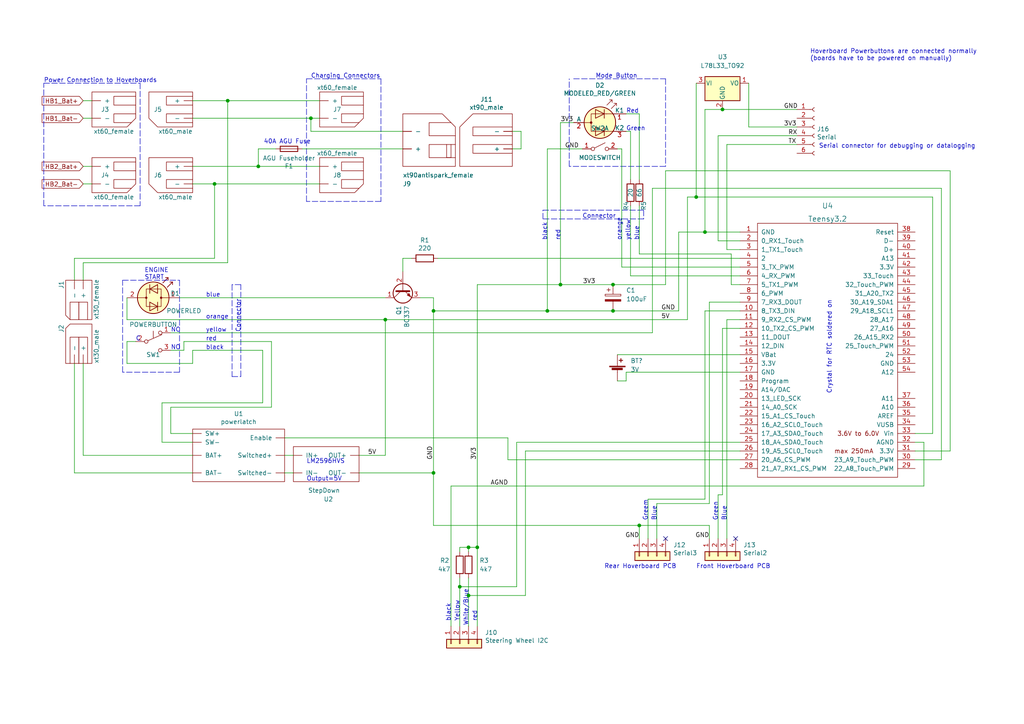
<source format=kicad_sch>
(kicad_sch (version 20211123) (generator eeschema)
  (paper "A4")
  (lib_symbols
    (symbol "Bobbycar_components:StepDown" (pin_names (offset 1.016))
      (property "Reference" "U" (at -1.27 0 0))
      (property "Value" "StepDown" (at 0 6.35 0))
      (symbol "StepDown_0_1"
        (rectangle (start -10.16 5.08) (end 8.89 -5.08))
      )
      (symbol "StepDown_1_1"
        (pin power_in line (at -10.16 2.54 0) (length 2.54) (name "IN+") (number "~"))
        (pin power_in line (at -10.16 -2.54 0) (length 2.54) (name "IN-") (number "~"))
        (pin power_out line (at 8.89 2.54 180) (length 2.54) (name "OUT+") (number "~"))
        (pin power_out line (at 8.89 -2.54 180) (length 2.54) (name "OUT-") (number "~"))
      )
    )
    (symbol "Bobbycar_components:powerlatch" (pin_names (offset 1.016))
      (property "Reference" "U" (at -1.27 6.35 0))
      (property "Value" "powerlatch" (at 0 10.16 0))
      (symbol "powerlatch_0_1"
        (rectangle (start -12.7 8.89) (end 13.97 -6.35))
      )
      (symbol "powerlatch_1_1"
        (pin power_in line (at -12.7 1.27 0) (length 2.54) (name "BAT+") (number "~"))
        (pin power_in line (at -12.7 -3.81 0) (length 2.54) (name "BAT-") (number "~"))
        (pin input line (at 13.97 6.35 180) (length 2.54) (name "Enable") (number "~"))
        (pin input line (at -12.7 7.62 0) (length 2.54) (name "SW+") (number "~"))
        (pin input line (at -12.7 5.08 0) (length 2.54) (name "SW-") (number "~"))
        (pin power_in line (at 13.97 1.27 180) (length 2.54) (name "Switched+") (number "~"))
        (pin power_in line (at 13.97 -3.81 180) (length 2.54) (name "Switched-") (number "~"))
      )
    )
    (symbol "Bobbycar_components:xt30_female" (pin_names (offset 1.016))
      (property "Reference" "J" (at 0 15.24 0))
      (property "Value" "xt30_female" (at 0 12.7 0))
      (symbol "xt30_female_0_1"
        (polyline (pts (xy -2.54 11.43) (xy -2.54 6.35) (xy 0 6.35) (xy 0 11.43)))
        (polyline (pts (xy 0 11.43) (xy 0 6.35) (xy 2.54 6.35) (xy 2.54 11.43)))
      )
      (symbol "xt30_female_1_1"
        (polyline (pts (xy -3.81 0) (xy 3.81 0) (xy 3.81 11.43) (xy -2.54 11.43) (xy -3.81 10.16) (xy -3.81 0)))
        (pin power_out line (at 1.27 0 90) (length 2.54) (name "+") (number "~"))
        (pin power_out line (at -1.27 0 90) (length 2.54) (name "-") (number "~"))
      )
    )
    (symbol "Bobbycar_components:xt30_male" (pin_names (offset 1.016))
      (property "Reference" "J" (at 0 16.51 0))
      (property "Value" "xt30_male" (at 0 13.97 0))
      (symbol "xt30_male_0_1"
        (polyline (pts (xy -2.54 0) (xy -2.54 7.62) (xy 0 7.62) (xy 0 0)))
        (polyline (pts (xy 0 0) (xy 0 7.62) (xy 2.54 7.62) (xy 2.54 0)))
        (polyline (pts (xy -3.81 0) (xy 3.81 0) (xy 3.81 11.43) (xy -2.54 11.43) (xy -3.81 10.16) (xy -3.81 0)))
      )
      (symbol "xt30_male_1_1"
        (pin power_in line (at 1.27 0 90) (length 2.54) (name "+") (number "~"))
        (pin power_in line (at -1.27 0 90) (length 2.54) (name "-") (number "~"))
      )
    )
    (symbol "Bobbycar_components:xt60_female" (pin_names (offset 1.016))
      (property "Reference" "J" (at 0 11.43 0))
      (property "Value" "xt60_female" (at 0 13.97 0))
      (symbol "xt60_female_0_1"
        (polyline (pts (xy -3.81 11.43) (xy -3.81 6.35) (xy -1.27 6.35) (xy -1.27 12.7)))
        (polyline (pts (xy 1.27 12.7) (xy 1.27 6.35) (xy 3.81 6.35) (xy 3.81 12.7)))
      )
      (symbol "xt60_female_1_1"
        (polyline (pts (xy -5.08 0) (xy -5.08 10.16) (xy -2.54 12.7) (xy 5.08 12.7) (xy 5.08 0) (xy -5.08 0)))
        (pin power_out line (at 2.54 0 90) (length 2.54) (name "+") (number "~"))
        (pin power_out line (at -2.54 0 90) (length 2.54) (name "-") (number "~"))
      )
    )
    (symbol "Bobbycar_components:xt60_male" (pin_names (offset 1.016))
      (property "Reference" "J" (at 0 11.43 0))
      (property "Value" "xt60_male" (at 0 13.97 0))
      (symbol "xt60_male_0_1"
        (polyline (pts (xy -3.81 0) (xy -3.81 7.62) (xy -1.27 7.62) (xy -1.27 0)))
        (polyline (pts (xy 1.27 0) (xy 1.27 7.62) (xy 3.81 7.62) (xy 3.81 0)))
        (polyline (pts (xy -5.08 0) (xy -5.08 10.16) (xy -2.54 12.7) (xy 5.08 12.7) (xy 5.08 0) (xy -5.08 0)))
      )
      (symbol "xt60_male_1_1"
        (pin power_in line (at 2.54 0 90) (length 2.54) (name "+") (number "~"))
        (pin power_in line (at -2.54 0 90) (length 2.54) (name "-") (number "~"))
      )
    )
    (symbol "Bobbycar_components:xt90_male" (pin_names (offset 1.016))
      (property "Reference" "J" (at 0 19.05 0))
      (property "Value" "xt90_male" (at 0 16.51 0))
      (symbol "xt90_male_0_1"
        (polyline (pts (xy -3.81 0) (xy -3.81 11.43) (xy -1.27 11.43) (xy -1.27 0)))
        (polyline (pts (xy 1.27 0) (xy 1.27 11.43) (xy 3.81 11.43) (xy 3.81 0)))
      )
      (symbol "xt90_male_1_1"
        (polyline (pts (xy -7.62 0) (xy 7.62 0) (xy 7.62 15.24) (xy -3.81 15.24) (xy -7.62 11.43) (xy -7.62 0)))
        (pin power_in line (at 2.54 0 90) (length 2.54) (name "+") (number "~"))
        (pin power_in line (at -2.54 0 90) (length 2.54) (name "-") (number "~"))
      )
    )
    (symbol "Bobbycar_components:xt90antispark_female" (pin_names (offset 1.016))
      (property "Reference" "J" (at 0 16.51 0))
      (property "Value" "xt90antispark_female" (at 1.27 19.05 0))
      (symbol "xt90antispark_female_0_1"
        (polyline (pts (xy -5.08 13.97) (xy -5.08 7.62) (xy -1.27 7.62) (xy -1.27 15.24)))
        (polyline (pts (xy 1.27 13.97) (xy 5.08 13.97) (xy 5.08 12.7) (xy 1.27 12.7)))
        (polyline (pts (xy 1.27 15.24) (xy 1.27 7.62) (xy 5.08 7.62) (xy 5.08 15.24)))
        (polyline (pts (xy -7.62 0) (xy 7.62 0) (xy 7.62 15.24) (xy -3.81 15.24) (xy -7.62 11.43) (xy -7.62 0)))
      )
      (symbol "xt90antispark_female_1_1"
        (pin power_out line (at 2.54 0 90) (length 2.54) (name "+") (number "~"))
        (pin power_out line (at -2.54 0 90) (length 2.54) (name "-") (number "~"))
      )
    )
    (symbol "Bobbycar_wiring-rescue:LED_Dual_2pin-Device" (pin_names (offset 0) hide)
      (property "Reference" "D" (at 0 5.715 0))
      (property "Value" "LED_Dual_2pin-Device" (at 0 -6.35 0))
      (symbol "LED_Dual_2pin-Device_0_1"
        (circle (center -2.032 0) (radius 0.254) (fill (type outline)))
        (polyline (pts (xy -4.572 0) (xy -2.54 0)))
        (polyline (pts (xy -2.032 0) (xy -2.54 0)))
        (polyline (pts (xy -1.016 3.81) (xy -1.016 1.27)) (stroke (width 0.2032)))
        (polyline (pts (xy 1.27 -1.27) (xy 1.27 -3.81)) (stroke (width 0.2032)))
        (polyline (pts (xy 4.064 0) (xy 2.286 0)) (fill (type outline)))
        (polyline (pts (xy 4.318 5.842) (xy 4.318 5.08)) (stroke (width 0.2032)))
        (polyline (pts (xy 5.588 4.572) (xy 5.588 3.81)) (stroke (width 0.2032)))
        (polyline (pts (xy 2.794 4.318) (xy 4.318 5.842) (xy 3.556 5.842)) (stroke (width 0.2032)))
        (polyline (pts (xy 4.064 3.048) (xy 5.588 4.572) (xy 4.826 4.572)) (stroke (width 0.2032)))
        (polyline (pts (xy -1.016 -1.27) (xy -1.016 -3.81) (xy 1.27 -2.54) (xy -1.016 -1.27)) (stroke (width 0.2032)))
        (polyline (pts (xy 1.27 3.81) (xy 1.27 1.27) (xy -1.016 2.54) (xy 1.27 3.81)) (stroke (width 0.2032)))
        (polyline (pts (xy 2.286 2.54) (xy -2.032 2.54) (xy -2.032 -2.54) (xy 2.286 -2.54) (xy 2.286 2.54)))
        (circle (center 0 0) (radius 4.572) (stroke (width 0.254)) (fill (type background)))
        (circle (center 2.286 0) (radius 0.254) (fill (type outline)))
      )
      (symbol "LED_Dual_2pin-Device_1_1"
        (pin input line (at 7.62 0 180) (length 3.81) (name "KA") (number "1"))
        (pin input line (at -7.62 0 0) (length 3.048) (name "AK") (number "2"))
      )
    )
    (symbol "Bobbycar_wiring-rescue:LED_Dual_CAC-Device" (pin_names (offset 0))
      (property "Reference" "D" (at 0 5.715 0))
      (property "Value" "LED_Dual_CAC-Device" (at 0 -6.35 0))
      (symbol "LED_Dual_CAC-Device_0_1"
        (circle (center -2.54 0) (radius 0.2794) (fill (type outline)))
        (polyline (pts (xy -4.572 0) (xy -2.54 0)))
        (polyline (pts (xy 1.27 -1.27) (xy 1.27 -3.81)) (stroke (width 0.2032)))
        (polyline (pts (xy 1.27 3.81) (xy 1.27 1.27)) (stroke (width 0.2032)))
        (polyline (pts (xy 3.81 -2.54) (xy 1.905 -2.54)))
        (polyline (pts (xy 3.81 2.54) (xy 1.905 2.54)))
        (polyline (pts (xy -1.27 -1.27) (xy -1.27 -3.81) (xy 1.27 -2.54) (xy -1.27 -1.27)) (stroke (width 0.2032)))
        (polyline (pts (xy -1.27 3.81) (xy -1.27 1.27) (xy 1.27 2.54) (xy -1.27 3.81)) (stroke (width 0.2032)))
        (polyline (pts (xy 2.032 2.54) (xy -2.54 2.54) (xy -2.54 -2.54) (xy 2.032 -2.54)))
        (polyline (pts (xy 2.032 5.08) (xy 3.556 6.604) (xy 2.794 6.604) (xy 3.556 6.604) (xy 3.556 5.842)))
        (polyline (pts (xy 3.302 4.064) (xy 4.826 5.588) (xy 4.064 5.588) (xy 4.826 5.588) (xy 4.826 4.826)))
        (circle (center 0 0) (radius 4.572) (stroke (width 0.254)) (fill (type background)))
      )
      (symbol "LED_Dual_CAC-Device_1_1"
        (pin input line (at 7.62 2.54 180) (length 3.81) (name "K1") (number "1"))
        (pin input line (at -7.62 0 0) (length 3.048) (name "A") (number "2"))
        (pin input line (at 7.62 -2.54 180) (length 3.81) (name "K2") (number "3"))
      )
    )
    (symbol "Bobbycar_wiring-rescue:SW_DPST_x2-Switch" (pin_names (offset 0) hide)
      (property "Reference" "SW" (at 0 3.175 0))
      (property "Value" "SW_DPST_x2-Switch" (at 0 -2.54 0))
      (symbol "SW_DPST_x2-Switch_0_0"
        (circle (center -2.032 0) (radius 0.508))
        (polyline (pts (xy -1.524 0.254) (xy 1.524 1.778)))
        (circle (center 2.032 0) (radius 0.508))
      )
      (symbol "SW_DPST_x2-Switch_1_1"
        (pin passive line (at -5.08 0 0) (length 2.54) (name "A") (number "1"))
        (pin passive line (at 5.08 0 180) (length 2.54) (name "B") (number "2"))
      )
      (symbol "SW_DPST_x2-Switch_2_1"
        (pin input line (at -5.08 0 0) (length 2.54) (name "A") (number "3"))
        (pin input line (at 5.08 0 180) (length 2.54) (name "B") (number "4"))
      )
    )
    (symbol "Connector:Conn_01x06_Female" (pin_names (offset 1.016) hide)
      (property "Reference" "J" (at 0 7.62 0))
      (property "Value" "Conn_01x06_Female" (at 0 -10.16 0))
      (symbol "Conn_01x06_Female_1_1"
        (arc (start 0 -7.112) (mid -0.508 -7.62) (end 0 -8.128) (stroke (width 0.1524)))
        (arc (start 0 -4.572) (mid -0.508 -5.08) (end 0 -5.588) (stroke (width 0.1524)))
        (arc (start 0 -2.032) (mid -0.508 -2.54) (end 0 -3.048) (stroke (width 0.1524)))
        (polyline (pts (xy -1.27 -7.62) (xy -0.508 -7.62)) (stroke (width 0.1524)))
        (polyline (pts (xy -1.27 -5.08) (xy -0.508 -5.08)) (stroke (width 0.1524)))
        (polyline (pts (xy -1.27 -2.54) (xy -0.508 -2.54)) (stroke (width 0.1524)))
        (polyline (pts (xy -1.27 0) (xy -0.508 0)) (stroke (width 0.1524)))
        (polyline (pts (xy -1.27 2.54) (xy -0.508 2.54)) (stroke (width 0.1524)))
        (polyline (pts (xy -1.27 5.08) (xy -0.508 5.08)) (stroke (width 0.1524)))
        (arc (start 0 0.508) (mid -0.508 0) (end 0 -0.508) (stroke (width 0.1524)))
        (arc (start 0 3.048) (mid -0.508 2.54) (end 0 2.032) (stroke (width 0.1524)))
        (arc (start 0 5.588) (mid -0.508 5.08) (end 0 4.572) (stroke (width 0.1524)))
        (pin passive line (at -5.08 5.08 0) (length 3.81) (name "Pin_1") (number "1"))
        (pin passive line (at -5.08 2.54 0) (length 3.81) (name "Pin_2") (number "2"))
        (pin passive line (at -5.08 0 0) (length 3.81) (name "Pin_3") (number "3"))
        (pin passive line (at -5.08 -2.54 0) (length 3.81) (name "Pin_4") (number "4"))
        (pin passive line (at -5.08 -5.08 0) (length 3.81) (name "Pin_5") (number "5"))
        (pin passive line (at -5.08 -7.62 0) (length 3.81) (name "Pin_6") (number "6"))
      )
    )
    (symbol "Connector_Generic:Conn_01x04" (pin_names (offset 1.016) hide)
      (property "Reference" "J" (at 0 5.08 0))
      (property "Value" "Conn_01x04" (at 0 -7.62 0))
      (symbol "Conn_01x04_1_1"
        (rectangle (start -1.27 -4.953) (end 0 -5.207) (stroke (width 0.1524)))
        (rectangle (start -1.27 -2.413) (end 0 -2.667) (stroke (width 0.1524)))
        (rectangle (start -1.27 0.127) (end 0 -0.127) (stroke (width 0.1524)))
        (rectangle (start -1.27 2.667) (end 0 2.413) (stroke (width 0.1524)))
        (rectangle (start -1.27 3.81) (end 1.27 -6.35) (stroke (width 0.254)) (fill (type background)))
        (pin passive line (at -5.08 2.54 0) (length 3.81) (name "Pin_1") (number "1"))
        (pin passive line (at -5.08 0 0) (length 3.81) (name "Pin_2") (number "2"))
        (pin passive line (at -5.08 -2.54 0) (length 3.81) (name "Pin_3") (number "3"))
        (pin passive line (at -5.08 -5.08 0) (length 3.81) (name "Pin_4") (number "4"))
      )
    )
    (symbol "Device:Battery_Cell" (pin_numbers hide) (pin_names (offset 0) hide)
      (property "Reference" "BT" (at 2.54 2.54 0))
      (property "Value" "Battery_Cell" (at 2.54 0 0))
      (symbol "Battery_Cell_0_1"
        (rectangle (start -2.286 1.778) (end 2.286 1.524) (fill (type outline)))
        (rectangle (start -1.5748 1.1938) (end 1.4732 0.6858) (fill (type outline)))
        (polyline (pts (xy 0 0.762) (xy 0 0)))
        (polyline (pts (xy 0 1.778) (xy 0 2.54)))
        (polyline (pts (xy 0.508 3.429) (xy 1.524 3.429)) (stroke (width 0.254)))
        (polyline (pts (xy 1.016 3.937) (xy 1.016 2.921)) (stroke (width 0.254)))
      )
      (symbol "Battery_Cell_1_1"
        (pin passive line (at 0 5.08 270) (length 2.54) (name "+") (number "1"))
        (pin passive line (at 0 -2.54 90) (length 2.54) (name "-") (number "2"))
      )
    )
    (symbol "Device:C_Polarized" (pin_numbers hide) (pin_names (offset 0.254))
      (property "Reference" "C" (at 0.635 2.54 0))
      (property "Value" "C_Polarized" (at 0.635 -2.54 0))
      (symbol "C_Polarized_0_1"
        (rectangle (start -2.286 0.508) (end 2.286 1.016))
        (polyline (pts (xy -1.778 2.286) (xy -0.762 2.286)))
        (polyline (pts (xy -1.27 2.794) (xy -1.27 1.778)))
        (rectangle (start 2.286 -0.508) (end -2.286 -1.016) (fill (type outline)))
      )
      (symbol "C_Polarized_1_1"
        (pin passive line (at 0 3.81 270) (length 2.794) (name "~") (number "1"))
        (pin passive line (at 0 -3.81 90) (length 2.794) (name "~") (number "2"))
      )
    )
    (symbol "Device:Fuse" (pin_numbers hide) (pin_names (offset 0))
      (property "Reference" "F" (at 2.032 0 90))
      (property "Value" "Fuse" (at -1.905 0 90))
      (symbol "Fuse_0_1"
        (rectangle (start -0.762 -2.54) (end 0.762 2.54) (stroke (width 0.254)))
        (polyline (pts (xy 0 2.54) (xy 0 -2.54)))
      )
      (symbol "Fuse_1_1"
        (pin passive line (at 0 3.81 270) (length 1.27) (name "~") (number "1"))
        (pin passive line (at 0 -3.81 90) (length 1.27) (name "~") (number "2"))
      )
    )
    (symbol "Device:R" (pin_numbers hide) (pin_names (offset 0))
      (property "Reference" "R" (at 2.032 0 90))
      (property "Value" "R" (at 0 0 90))
      (symbol "R_0_1"
        (rectangle (start -1.016 -2.54) (end 1.016 2.54) (stroke (width 0.254)))
      )
      (symbol "R_1_1"
        (pin passive line (at 0 3.81 270) (length 1.27) (name "~") (number "1"))
        (pin passive line (at 0 -3.81 90) (length 1.27) (name "~") (number "2"))
      )
    )
    (symbol "Regulator_Linear:L78L33_TO92" (pin_names (offset 0.254))
      (property "Reference" "U" (at -3.81 3.175 0))
      (property "Value" "L78L33_TO92" (at 0 3.175 0))
      (symbol "L78L33_TO92_0_1"
        (rectangle (start -5.08 -5.08) (end 5.08 1.905) (stroke (width 0.254)) (fill (type background)))
      )
      (symbol "L78L33_TO92_1_1"
        (pin power_out line (at 7.62 0 180) (length 2.54) (name "VO") (number "1"))
        (pin power_in line (at 0 -7.62 90) (length 2.54) (name "GND") (number "2"))
        (pin power_in line (at -7.62 0 0) (length 2.54) (name "VI") (number "3"))
      )
    )
    (symbol "Switch:SW_Push_SPDT" (pin_names (offset 0) hide)
      (property "Reference" "SW" (at 0 4.318 0))
      (property "Value" "SW_Push_SPDT" (at 0 -5.08 0))
      (symbol "SW_Push_SPDT_0_0"
        (circle (center -2.032 0) (radius 0.508))
        (polyline (pts (xy 0 1.016) (xy 0 3.048)))
        (circle (center 2.032 -2.54) (radius 0.508))
      )
      (symbol "SW_Push_SPDT_0_1"
        (polyline (pts (xy -1.524 0.254) (xy 2.54 2.032)))
        (circle (center 2.032 2.54) (radius 0.508))
      )
      (symbol "SW_Push_SPDT_1_1"
        (pin passive line (at 5.08 2.54 180) (length 2.54) (name "A") (number "1"))
        (pin passive line (at -5.08 0 0) (length 2.54) (name "B") (number "2"))
        (pin passive line (at 5.08 -2.54 180) (length 2.54) (name "C") (number "3"))
      )
    )
    (symbol "Transistor_BJT:BC337" (pin_names (offset 0) hide)
      (property "Reference" "Q" (at 5.08 1.905 0))
      (property "Value" "BC337" (at 5.08 0 0))
      (symbol "BC337_0_1"
        (polyline (pts (xy 0 0) (xy 0.635 0)))
        (polyline (pts (xy 0.635 0.635) (xy 2.54 2.54)))
        (polyline (pts (xy 0.635 -0.635) (xy 2.54 -2.54) (xy 2.54 -2.54)))
        (polyline (pts (xy 0.635 1.905) (xy 0.635 -1.905) (xy 0.635 -1.905)) (stroke (width 0.508)))
        (polyline (pts (xy 1.27 -1.778) (xy 1.778 -1.27) (xy 2.286 -2.286) (xy 1.27 -1.778) (xy 1.27 -1.778)) (fill (type outline)))
        (circle (center 1.27 0) (radius 2.8194) (stroke (width 0.254)))
      )
      (symbol "BC337_1_1"
        (pin passive line (at 2.54 5.08 270) (length 2.54) (name "C") (number "1"))
        (pin input line (at -5.08 0 0) (length 5.08) (name "B") (number "2"))
        (pin passive line (at 2.54 -5.08 90) (length 2.54) (name "E") (number "3"))
      )
    )
    (symbol "teensy:Teensy3.2" (pin_names (offset 1.016))
      (property "Reference" "U" (at 0 39.37 0))
      (property "Value" "Teensy3.2" (at 0 -39.37 0))
      (symbol "Teensy3.2_0_0"
        (text "3.6V to 6.0V" (at 8.89 -24.13 0) (effects (font (size 1.27 1.27))))
        (text "max 250mA" (at 7.62 -29.21 0) (effects (font (size 1.27 1.27))))
      )
      (symbol "Teensy3.2_0_1"
        (rectangle (start -20.32 -36.83) (end 20.32 36.83))
      )
      (symbol "Teensy3.2_1_1"
        (pin power_in line (at -25.4 34.29 0) (length 5.08) (name "GND") (number "1"))
        (pin bidirectional line (at -25.4 11.43 0) (length 5.08) (name "8_TX3_DIN") (number "10"))
        (pin bidirectional line (at -25.4 8.89 0) (length 5.08) (name "9_RX2_CS_PWM") (number "11"))
        (pin bidirectional line (at -25.4 6.35 0) (length 5.08) (name "10_TX2_CS_PWM") (number "12"))
        (pin bidirectional line (at -25.4 3.81 0) (length 5.08) (name "11_DOUT") (number "13"))
        (pin bidirectional line (at -25.4 1.27 0) (length 5.08) (name "12_DIN") (number "14"))
        (pin power_in line (at -25.4 -1.27 0) (length 5.08) (name "VBat") (number "15"))
        (pin power_out line (at -25.4 -3.81 0) (length 5.08) (name "3.3V") (number "16"))
        (pin power_in line (at -25.4 -6.35 0) (length 5.08) (name "GND") (number "17"))
        (pin input line (at -25.4 -8.89 0) (length 5.08) (name "Program") (number "18"))
        (pin bidirectional line (at -25.4 -11.43 0) (length 5.08) (name "A14/DAC") (number "19"))
        (pin bidirectional line (at -25.4 31.75 0) (length 5.08) (name "0_RX1_Touch") (number "2"))
        (pin bidirectional line (at -25.4 -13.97 0) (length 5.08) (name "13_LED_SCK") (number "20"))
        (pin bidirectional line (at -25.4 -16.51 0) (length 5.08) (name "14_A0_SCK") (number "21"))
        (pin bidirectional line (at -25.4 -19.05 0) (length 5.08) (name "15_A1_CS_Touch") (number "22"))
        (pin bidirectional line (at -25.4 -21.59 0) (length 5.08) (name "16_A2_SCL0_Touch") (number "23"))
        (pin bidirectional line (at -25.4 -24.13 0) (length 5.08) (name "17_A3_SDA0_Touch") (number "24"))
        (pin bidirectional line (at -25.4 -26.67 0) (length 5.08) (name "18_A4_SDA0_Touch") (number "25"))
        (pin bidirectional line (at -25.4 -29.21 0) (length 5.08) (name "19_A5_SCL0_Touch") (number "26"))
        (pin bidirectional line (at -25.4 -31.75 0) (length 5.08) (name "20_A6_CS_PWM") (number "27"))
        (pin bidirectional line (at -25.4 -34.29 0) (length 5.08) (name "21_A7_RX1_CS_PWM") (number "28"))
        (pin bidirectional line (at 25.4 -34.29 180) (length 5.08) (name "22_A8_Touch_PWM") (number "29"))
        (pin bidirectional line (at -25.4 29.21 0) (length 5.08) (name "1_TX1_Touch") (number "3"))
        (pin bidirectional line (at 25.4 -31.75 180) (length 5.08) (name "23_A9_Touch_PWM") (number "30"))
        (pin power_out line (at 25.4 -29.21 180) (length 5.08) (name "3.3V") (number "31"))
        (pin power_out line (at 25.4 -26.67 180) (length 5.08) (name "AGND") (number "32"))
        (pin power_in line (at 25.4 -24.13 180) (length 5.08) (name "Vin") (number "33"))
        (pin power_in line (at 25.4 -21.59 180) (length 5.08) (name "VUSB") (number "34"))
        (pin input line (at 25.4 -19.05 180) (length 5.08) (name "AREF") (number "35"))
        (pin bidirectional line (at 25.4 -16.51 180) (length 5.08) (name "A10") (number "36"))
        (pin bidirectional line (at 25.4 -13.97 180) (length 5.08) (name "A11") (number "37"))
        (pin input line (at 25.4 34.29 180) (length 5.08) (name "Reset") (number "38"))
        (pin bidirectional line (at 25.4 31.75 180) (length 5.08) (name "D-") (number "39"))
        (pin bidirectional line (at -25.4 26.67 0) (length 5.08) (name "2") (number "4"))
        (pin bidirectional line (at 25.4 29.21 180) (length 5.08) (name "D+") (number "40"))
        (pin bidirectional line (at 25.4 26.67 180) (length 5.08) (name "A13") (number "41"))
        (pin power_out line (at 25.4 24.13 180) (length 5.08) (name "3.3V") (number "42"))
        (pin bidirectional line (at 25.4 21.59 180) (length 5.08) (name "33_Touch") (number "43"))
        (pin bidirectional line (at 25.4 19.05 180) (length 5.08) (name "32_Touch_PWM") (number "44"))
        (pin bidirectional line (at 25.4 16.51 180) (length 5.08) (name "31_A20_TX2") (number "45"))
        (pin bidirectional line (at 25.4 13.97 180) (length 5.08) (name "30_A19_SDA1") (number "46"))
        (pin bidirectional line (at 25.4 11.43 180) (length 5.08) (name "29_A18_SCL1") (number "47"))
        (pin bidirectional line (at 25.4 8.89 180) (length 5.08) (name "28_A17") (number "48"))
        (pin bidirectional line (at 25.4 6.35 180) (length 5.08) (name "27_A16") (number "49"))
        (pin bidirectional line (at -25.4 24.13 0) (length 5.08) (name "3_TX_PWM") (number "5"))
        (pin bidirectional line (at 25.4 3.81 180) (length 5.08) (name "26_A15_RX2") (number "50"))
        (pin bidirectional line (at 25.4 1.27 180) (length 5.08) (name "25_Touch_PWM") (number "51"))
        (pin bidirectional line (at 25.4 -1.27 180) (length 5.08) (name "24") (number "52"))
        (pin power_in line (at 25.4 -3.81 180) (length 5.08) (name "GND") (number "53"))
        (pin bidirectional line (at 25.4 -6.35 180) (length 5.08) (name "A12") (number "54"))
        (pin bidirectional line (at -25.4 21.59 0) (length 5.08) (name "4_RX_PWM") (number "6"))
        (pin bidirectional line (at -25.4 19.05 0) (length 5.08) (name "5_TX1_PWM") (number "7"))
        (pin bidirectional line (at -25.4 16.51 0) (length 5.08) (name "6_PWM") (number "8"))
        (pin bidirectional line (at -25.4 13.97 0) (length 5.08) (name "7_RX3_DOUT") (number "9"))
      )
    )
  )
  (junction (at 62.23 53.34))
  (junction (at 90.17 34.29))
  (junction (at 135.89 158.75))
  (junction (at 111.76 92.71))
  (junction (at 125.73 137.16))
  (junction (at 185.42 152.4))
  (junction (at 138.43 158.75))
  (junction (at 133.35 170.18))
  (junction (at 125.73 90.17))
  (junction (at 74.93 48.26))
  (junction (at 162.56 82.55))
  (junction (at 209.55 31.75))
  (junction (at 158.75 90.17))
  (junction (at 204.47 67.31))
  (junction (at 177.8 82.55))
  (junction (at 201.93 57.15))
  (junction (at 177.8 90.17))
  (junction (at 66.04 29.21))
  (junction (at 135.89 172.72))
  (no_connect (at 213.36 156.21))
  (no_connect (at 193.04 156.21))
  (wire (pts (xy 85.09 132.08) (xy 82.55 132.08)))
  (wire (pts (xy 55.88 101.6) (xy 76.2 101.6)))
  (wire (pts (xy 62.23 53.34) (xy 62.23 74.93)))
  (wire (pts (xy 181.61 38.1) (xy 182.88 38.1)))
  (wire (pts (xy 151.13 43.18) (xy 148.59 43.18)))
  (wire (pts (xy 74.93 43.18) (xy 74.93 48.26)))
  (polyline (pts (xy 12.7 59.69) (xy 12.7 24.13)))
  (wire (pts (xy 265.43 130.81) (xy 275.59 130.81)))
  (wire (pts (xy 265.43 125.73) (xy 270.51 125.73)))
  (wire (pts (xy 133.35 167.64) (xy 133.35 170.18)))
  (wire (pts (xy 135.89 172.72) (xy 135.89 181.61)))
  (wire (pts (xy 49.53 118.11) (xy 49.53 125.73)))
  (wire (pts (xy 55.88 125.73) (xy 49.53 125.73)))
  (polyline (pts (xy 67.31 82.55) (xy 67.31 109.22)))
  (wire (pts (xy 21.59 137.16) (xy 21.59 105.41)))
  (wire (pts (xy 26.67 53.34) (xy 24.13 53.34)))
  (wire (pts (xy 24.13 48.26) (xy 26.67 48.26)))
  (wire (pts (xy 135.89 158.75) (xy 135.89 160.02)))
  (wire (pts (xy 209.55 95.25) (xy 209.55 143.51)))
  (wire (pts (xy 66.04 29.21) (xy 66.04 76.2)))
  (wire (pts (xy 127 74.93) (xy 214.63 74.93)))
  (wire (pts (xy 111.76 92.71) (xy 111.76 132.08)))
  (wire (pts (xy 177.8 82.55) (xy 162.56 82.55)))
  (polyline (pts (xy 52.07 81.28) (xy 52.07 107.95)))
  (wire (pts (xy 214.63 82.55) (xy 212.09 82.55)))
  (wire (pts (xy 212.09 73.66) (xy 185.42 73.66)))
  (polyline (pts (xy 186.69 60.96) (xy 186.69 63.5)))
  (polyline (pts (xy 40.64 24.13) (xy 40.64 59.69)))
  (wire (pts (xy 148.59 38.1) (xy 151.13 38.1)))
  (wire (pts (xy 133.35 170.18) (xy 149.86 170.18)))
  (wire (pts (xy 55.88 105.41) (xy 55.88 101.6)))
  (wire (pts (xy 133.35 170.18) (xy 133.35 181.61)))
  (wire (pts (xy 185.42 152.4) (xy 185.42 156.21)))
  (wire (pts (xy 275.59 130.81) (xy 275.59 49.53)))
  (wire (pts (xy 209.55 143.51) (xy 208.28 143.51)))
  (wire (pts (xy 62.23 53.34) (xy 92.71 53.34)))
  (wire (pts (xy 24.13 76.2) (xy 24.13 81.28)))
  (wire (pts (xy 162.56 35.56) (xy 162.56 82.55)))
  (wire (pts (xy 158.75 43.18) (xy 168.91 43.18)))
  (wire (pts (xy 270.51 57.15) (xy 201.93 57.15)))
  (wire (pts (xy 78.74 118.11) (xy 49.53 118.11)))
  (wire (pts (xy 24.13 132.08) (xy 55.88 132.08)))
  (wire (pts (xy 76.2 101.6) (xy 76.2 116.84)))
  (wire (pts (xy 87.63 43.18) (xy 116.84 43.18)))
  (wire (pts (xy 125.73 90.17) (xy 158.75 90.17)))
  (wire (pts (xy 193.04 49.53) (xy 275.59 49.53)))
  (wire (pts (xy 66.04 29.21) (xy 92.71 29.21)))
  (polyline (pts (xy 157.48 60.96) (xy 186.69 60.96)))
  (wire (pts (xy 270.51 125.73) (xy 270.51 57.15)))
  (wire (pts (xy 214.63 77.47) (xy 180.34 77.47)))
  (wire (pts (xy 90.17 38.1) (xy 90.17 34.29)))
  (wire (pts (xy 193.04 49.53) (xy 193.04 82.55)))
  (wire (pts (xy 205.74 146.05) (xy 205.74 87.63)))
  (wire (pts (xy 177.8 90.17) (xy 196.85 90.17)))
  (wire (pts (xy 149.86 128.27) (xy 149.86 170.18)))
  (wire (pts (xy 190.5 156.21) (xy 190.5 146.05)))
  (wire (pts (xy 214.63 133.35) (xy 147.32 133.35)))
  (wire (pts (xy 267.97 128.27) (xy 265.43 128.27)))
  (wire (pts (xy 189.23 54.61) (xy 189.23 96.52)))
  (wire (pts (xy 36.83 92.71) (xy 36.83 86.36)))
  (wire (pts (xy 119.38 74.93) (xy 116.84 74.93)))
  (wire (pts (xy 205.74 152.4) (xy 205.74 156.21)))
  (wire (pts (xy 36.83 99.06) (xy 36.83 105.41)))
  (wire (pts (xy 149.86 128.27) (xy 214.63 128.27)))
  (wire (pts (xy 76.2 116.84) (xy 46.99 116.84)))
  (wire (pts (xy 116.84 74.93) (xy 116.84 78.74)))
  (wire (pts (xy 217.17 24.13) (xy 217.17 36.83)))
  (wire (pts (xy 55.88 29.21) (xy 66.04 29.21)))
  (wire (pts (xy 24.13 29.21) (xy 26.67 29.21)))
  (wire (pts (xy 182.88 59.69) (xy 182.88 80.01)))
  (wire (pts (xy 209.55 31.75) (xy 231.14 31.75)))
  (polyline (pts (xy 69.85 109.22) (xy 69.85 82.55)))
  (wire (pts (xy 182.88 38.1) (xy 182.88 52.07)))
  (wire (pts (xy 208.28 69.85) (xy 208.28 39.37)))
  (wire (pts (xy 204.47 90.17) (xy 204.47 144.78)))
  (wire (pts (xy 55.88 137.16) (xy 21.59 137.16)))
  (wire (pts (xy 208.28 39.37) (xy 231.14 39.37)))
  (wire (pts (xy 78.74 99.06) (xy 78.74 118.11)))
  (polyline (pts (xy 165.1 48.26) (xy 165.1 22.86)))
  (wire (pts (xy 36.83 99.06) (xy 39.37 99.06)))
  (wire (pts (xy 125.73 86.36) (xy 125.73 90.17)))
  (wire (pts (xy 204.47 67.31) (xy 214.63 67.31)))
  (wire (pts (xy 214.63 90.17) (xy 204.47 90.17)))
  (wire (pts (xy 187.96 156.21) (xy 187.96 144.78)))
  (wire (pts (xy 80.01 43.18) (xy 74.93 43.18)))
  (wire (pts (xy 180.34 43.18) (xy 180.34 77.47)))
  (wire (pts (xy 74.93 48.26) (xy 92.71 48.26)))
  (polyline (pts (xy 52.07 107.95) (xy 35.56 107.95)))
  (wire (pts (xy 138.43 82.55) (xy 138.43 158.75)))
  (polyline (pts (xy 67.31 109.22) (xy 69.85 109.22)))
  (wire (pts (xy 265.43 133.35) (xy 273.05 133.35)))
  (polyline (pts (xy 40.64 59.69) (xy 12.7 59.69)))
  (wire (pts (xy 181.61 33.02) (xy 185.42 33.02)))
  (wire (pts (xy 52.07 86.36) (xy 111.76 86.36)))
  (polyline (pts (xy 88.9 22.86) (xy 110.49 22.86)))
  (wire (pts (xy 36.83 92.71) (xy 111.76 92.71)))
  (wire (pts (xy 46.99 116.84) (xy 46.99 128.27)))
  (wire (pts (xy 181.61 110.49) (xy 179.07 110.49)))
  (wire (pts (xy 55.88 48.26) (xy 74.93 48.26)))
  (wire (pts (xy 179.07 43.18) (xy 180.34 43.18)))
  (wire (pts (xy 199.39 57.15) (xy 199.39 92.71)))
  (wire (pts (xy 151.13 38.1) (xy 151.13 43.18)))
  (wire (pts (xy 53.34 99.06) (xy 78.74 99.06)))
  (wire (pts (xy 21.59 74.93) (xy 62.23 74.93)))
  (wire (pts (xy 181.61 107.95) (xy 181.61 110.49)))
  (wire (pts (xy 204.47 31.75) (xy 209.55 31.75)))
  (wire (pts (xy 82.55 127) (xy 147.32 127)))
  (wire (pts (xy 162.56 35.56) (xy 166.37 35.56)))
  (wire (pts (xy 55.88 53.34) (xy 62.23 53.34)))
  (polyline (pts (xy 35.56 81.28) (xy 52.07 81.28)))
  (wire (pts (xy 158.75 90.17) (xy 177.8 90.17)))
  (wire (pts (xy 204.47 144.78) (xy 187.96 144.78)))
  (polyline (pts (xy 35.56 107.95) (xy 35.56 81.28)))
  (wire (pts (xy 199.39 92.71) (xy 111.76 92.71)))
  (wire (pts (xy 133.35 158.75) (xy 135.89 158.75)))
  (wire (pts (xy 190.5 146.05) (xy 205.74 146.05)))
  (wire (pts (xy 179.07 102.87) (xy 214.63 102.87)))
  (polyline (pts (xy 193.04 22.86) (xy 193.04 48.26)))
  (wire (pts (xy 214.63 80.01) (xy 182.88 80.01)))
  (wire (pts (xy 185.42 33.02) (xy 185.42 52.07)))
  (polyline (pts (xy 186.69 63.5) (xy 157.48 63.5)))
  (polyline (pts (xy 110.49 22.86) (xy 110.49 58.42)))
  (wire (pts (xy 214.63 130.81) (xy 152.4 130.81)))
  (wire (pts (xy 85.09 137.16) (xy 82.55 137.16)))
  (polyline (pts (xy 110.49 58.42) (xy 88.9 58.42)))
  (wire (pts (xy 104.14 132.08) (xy 111.76 132.08)))
  (wire (pts (xy 46.99 128.27) (xy 55.88 128.27)))
  (wire (pts (xy 267.97 140.97) (xy 267.97 128.27)))
  (wire (pts (xy 205.74 87.63) (xy 214.63 87.63)))
  (wire (pts (xy 210.82 92.71) (xy 210.82 156.21)))
  (wire (pts (xy 210.82 41.91) (xy 210.82 72.39)))
  (wire (pts (xy 125.73 152.4) (xy 185.42 152.4)))
  (wire (pts (xy 217.17 36.83) (xy 231.14 36.83)))
  (wire (pts (xy 138.43 158.75) (xy 138.43 181.61)))
  (wire (pts (xy 273.05 54.61) (xy 189.23 54.61)))
  (wire (pts (xy 130.81 140.97) (xy 130.81 181.61)))
  (wire (pts (xy 49.53 96.52) (xy 189.23 96.52)))
  (wire (pts (xy 201.93 24.13) (xy 201.93 57.15)))
  (wire (pts (xy 185.42 152.4) (xy 205.74 152.4)))
  (wire (pts (xy 147.32 133.35) (xy 147.32 127)))
  (polyline (pts (xy 69.85 82.55) (xy 67.31 82.55)))
  (wire (pts (xy 152.4 130.81) (xy 152.4 172.72)))
  (wire (pts (xy 49.53 101.6) (xy 53.34 101.6)))
  (wire (pts (xy 214.63 69.85) (xy 208.28 69.85)))
  (wire (pts (xy 208.28 143.51) (xy 208.28 156.21)))
  (wire (pts (xy 130.81 140.97) (xy 267.97 140.97)))
  (wire (pts (xy 135.89 167.64) (xy 135.89 172.72)))
  (wire (pts (xy 24.13 105.41) (xy 24.13 132.08)))
  (wire (pts (xy 210.82 92.71) (xy 214.63 92.71)))
  (wire (pts (xy 214.63 95.25) (xy 209.55 95.25)))
  (polyline (pts (xy 193.04 48.26) (xy 165.1 48.26)))
  (wire (pts (xy 36.83 105.41) (xy 55.88 105.41)))
  (wire (pts (xy 158.75 43.18) (xy 158.75 90.17)))
  (polyline (pts (xy 157.48 63.5) (xy 157.48 60.96)))
  (polyline (pts (xy 12.7 24.13) (xy 40.64 24.13)))
  (wire (pts (xy 201.93 57.15) (xy 199.39 57.15)))
  (wire (pts (xy 196.85 90.17) (xy 196.85 67.31)))
  (wire (pts (xy 135.89 172.72) (xy 152.4 172.72)))
  (wire (pts (xy 138.43 82.55) (xy 162.56 82.55)))
  (wire (pts (xy 125.73 90.17) (xy 125.73 137.16)))
  (wire (pts (xy 204.47 67.31) (xy 204.47 31.75)))
  (wire (pts (xy 121.92 86.36) (xy 125.73 86.36)))
  (wire (pts (xy 135.89 158.75) (xy 138.43 158.75)))
  (wire (pts (xy 104.14 137.16) (xy 125.73 137.16)))
  (wire (pts (xy 116.84 38.1) (xy 90.17 38.1)))
  (wire (pts (xy 210.82 41.91) (xy 231.14 41.91)))
  (wire (pts (xy 24.13 76.2) (xy 66.04 76.2)))
  (wire (pts (xy 133.35 158.75) (xy 133.35 160.02)))
  (wire (pts (xy 196.85 67.31) (xy 204.47 67.31)))
  (wire (pts (xy 212.09 82.55) (xy 212.09 73.66)))
  (wire (pts (xy 26.67 34.29) (xy 24.13 34.29)))
  (polyline (pts (xy 166.37 22.86) (xy 193.04 22.86)))
  (wire (pts (xy 55.88 34.29) (xy 90.17 34.29)))
  (wire (pts (xy 53.34 101.6) (xy 53.34 99.06)))
  (wire (pts (xy 210.82 72.39) (xy 214.63 72.39)))
  (polyline (pts (xy 88.9 58.42) (xy 88.9 22.86)))
  (wire (pts (xy 185.42 59.69) (xy 185.42 73.66)))
  (wire (pts (xy 21.59 81.28) (xy 21.59 74.93)))
  (wire (pts (xy 273.05 133.35) (xy 273.05 54.61)))
  (wire (pts (xy 193.04 82.55) (xy 177.8 82.55)))
  (wire (pts (xy 125.73 137.16) (xy 125.73 152.4)))
  (wire (pts (xy 90.17 34.29) (xy 92.71 34.29)))
  (wire (pts (xy 214.63 107.95) (xy 181.61 107.95)))
  (text "40A AGU Fuse" (at 90.17 41.91 180) (effects (font (size 1.27 1.27)) (justify right bottom)))
  (text "black" (at 158.75 69.85 90) (effects (font (size 1.27 1.27)) (justify left bottom)))
  (text "Front Hoverboard PCB" (at 201.93 165.1 0) (effects (font (size 1.27 1.27)) (justify left bottom)))
  (text "orange" (at 180.34 69.85 90) (effects (font (size 1.27 1.27)) (justify left bottom)))
  (text "Hoverboard Powerbuttons are connected normally\n(boards have to be powered on manually)" (at 234.95 17.78 0) (effects (font (size 1.27 1.27)) (justify left bottom)))
  (text "Connector" (at 168.91 63.5 0) (effects (font (size 1.27 1.27)) (justify left bottom)))
  (text "red" (at 59.69 99.06 0) (effects (font (size 1.27 1.27)) (justify left bottom)))
  (text "yellow" (at 59.69 96.52 0) (effects (font (size 1.27 1.27)) (justify left bottom)))
  (text "Connector" (at 69.85 96.52 90) (effects (font (size 1.27 1.27)) (justify left bottom)))
  (text "Rear Hoverboard PCB" (at 175.26 165.1 0) (effects (font (size 1.27 1.27)) (justify left bottom)))
  (text "Blue" (at 210.82 151.13 90) (effects (font (size 1.27 1.27)) (justify left bottom)))
  (text "yellow" (at 182.88 69.85 90) (effects (font (size 1.27 1.27)) (justify left bottom)))
  (text "red" (at 138.43 180.34 90) (effects (font (size 1.27 1.27)) (justify left bottom)))
  (text "blue" (at 185.42 69.85 90) (effects (font (size 1.27 1.27)) (justify left bottom)))
  (text "Serial connector for debugging or datalogging" (at 237.49 43.18 0) (effects (font (size 1.27 1.27)) (justify left bottom)))
  (text "Green" (at 208.28 151.13 90) (effects (font (size 1.27 1.27)) (justify left bottom)))
  (text "Greem" (at 187.96 151.13 90) (effects (font (size 1.27 1.27)) (justify left bottom)))
  (text "Yellow" (at 133.35 180.34 90) (effects (font (size 1.27 1.27)) (justify left bottom)))
  (text "Charging Connectors" (at 90.17 22.86 0) (effects (font (size 1.27 1.27)) (justify left bottom)))
  (text "Output=5V" (at 88.9 139.7 0) (effects (font (size 1.27 1.27)) (justify left bottom)))
  (text "red" (at 162.56 69.85 90) (effects (font (size 1.27 1.27)) (justify left bottom)))
  (text "C" (at 39.37 99.06 0) (effects (font (size 1.27 1.27)) (justify left bottom)))
  (text "ENGINE\nSTART" (at 41.91 81.28 0) (effects (font (size 1.27 1.27)) (justify left bottom)))
  (text "Blue" (at 190.5 151.13 90) (effects (font (size 1.27 1.27)) (justify left bottom)))
  (text "blue" (at 59.69 86.36 0) (effects (font (size 1.27 1.27)) (justify left bottom)))
  (text "Crystal for RTC soldered on" (at 241.3 114.3 90) (effects (font (size 1.27 1.27)) (justify left bottom)))
  (text "Mode Button" (at 172.72 22.86 0) (effects (font (size 1.27 1.27)) (justify left bottom)))
  (text "Green" (at 181.61 38.1 0) (effects (font (size 1.27 1.27)) (justify left bottom)))
  (text "orange" (at 59.69 92.71 0) (effects (font (size 1.27 1.27)) (justify left bottom)))
  (text "Power Connection to Hoverboards" (at 12.7 24.13 0) (effects (font (size 1.27 1.27)) (justify left bottom)))
  (text "White/Blue" (at 135.89 181.61 90) (effects (font (size 1.27 1.27)) (justify left bottom)))
  (text "black" (at 59.69 101.6 0) (effects (font (size 1.27 1.27)) (justify left bottom)))
  (text "NC" (at 49.53 96.52 0) (effects (font (size 1.27 1.27)) (justify left bottom)))
  (text "NO" (at 49.53 101.6 0) (effects (font (size 1.27 1.27)) (justify left bottom)))
  (text "LM2596HVS" (at 88.9 134.62 0) (effects (font (size 1.27 1.27)) (justify left bottom)))
  (text "Red" (at 181.61 33.02 0) (effects (font (size 1.27 1.27)) (justify left bottom)))
  (text "black" (at 130.81 180.34 90) (effects (font (size 1.27 1.27)) (justify left bottom)))
  (label "3V3" (at 172.72 82.55 180))
  (label "GND" (at 125.73 133.35 90))
  (label "5V" (at 106.68 132.08 0))
  (label "5V" (at 191.77 92.71 0))
  (label "3V3" (at 162.56 35.56 0))
  (label "RX" (at 228.6 39.37 0))
  (label "GND" (at 191.77 90.17 0))
  (label "GND" (at 163.83 43.18 0))
  (label "GND" (at 227.33 31.75 0))
  (label "AGND" (at 142.24 140.97 0))
  (label "TX" (at 228.6 41.91 0))
  (label "3V3" (at 138.43 133.35 90))
  (label "GND" (at 185.42 156.21 180))
  (label "3V3" (at 227.33 36.83 0))
  (label "GND" (at 205.74 156.21 180))
  (global_label "HB1_Bat+" (shape input) (at 24.13 29.21 180) (property "Intersheet References" "${INTERSHEET_REFS}" (effects hide)))
  (global_label "HB2_Bat+" (shape input) (at 24.13 48.26 180) (property "Intersheet References" "${INTERSHEET_REFS}" (effects hide)))
  (global_label "HB1_Bat-" (shape input) (at 24.13 34.29 180) (property "Intersheet References" "${INTERSHEET_REFS}" (effects hide)))
  (global_label "HB2_Bat-" (shape input) (at 24.13 53.34 180) (property "Intersheet References" "${INTERSHEET_REFS}" (effects hide)))
  (symbol (lib_id "Bobbycar_components:StepDown") (at 95.25 134.62 0) (unit 1)
    (property "Reference" "U2" (at 95.25 144.78 0))
    (property "Value" "StepDown" (at 93.98 142.24 0))
  )
  (symbol (lib_id "Bobbycar_components:powerlatch") (at 68.58 133.35 0) (unit 1)
    (property "Reference" "U1" (at 69.215 120.015 0))
    (property "Value" "powerlatch" (at 69.215 122.3264 0))
  )
  (symbol (lib_id "Switch:SW_Push_SPDT") (at 44.45 99.06 0) (unit 1)
    (property "Reference" "SW1" (at 44.45 102.87 0))
    (property "Value" "POWERBUTTON" (at 44.45 94.1324 0))
  )
  (symbol (lib_id "Transistor_BJT:BC337") (at 116.84 83.82 90) (mirror x) (unit 1)
    (property "Reference" "Q1" (at 115.6716 88.646 0) (effects (justify left)))
    (property "Value" "BC337" (at 117.983 88.646 0) (effects (justify left)))
    (property "Footprint" "Package_TO_SOT_THT:TO-92_Inline" (effects hide))
    (property "Datasheet" "http://www.nxp.com/documents/data_sheet/BC817_BC817W_BC337.pdf" (effects hide))
  )
  (symbol (lib_id "Device:R") (at 123.19 74.93 270) (unit 1)
    (property "Reference" "R1" (at 123.19 69.6722 90))
    (property "Value" "220" (at 123.19 71.9836 90))
  )
  (symbol (lib_id "Connector:Conn_01x06_Female") (at 236.22 36.83 0) (unit 1)
    (property "Reference" "J16" (at 236.9312 37.4396 0) (effects (justify left)))
    (property "Value" "Serial" (at 236.9312 39.751 0) (effects (justify left)))
  )
  (symbol (lib_id "Connector_Generic:Conn_01x04") (at 187.96 161.29 90) (mirror x) (unit 1)
    (property "Reference" "J12" (at 195.2752 158.0642 90) (effects (justify right)))
    (property "Value" "Serial3" (at 195.2752 160.3756 90) (effects (justify right)))
  )
  (symbol (lib_id "Connector_Generic:Conn_01x04") (at 208.28 161.29 90) (mirror x) (unit 1)
    (property "Reference" "J13" (at 215.5952 158.0642 90) (effects (justify right)))
    (property "Value" "Serial2" (at 215.5952 160.3756 90) (effects (justify right)))
  )
  (symbol (lib_id "Device:Fuse") (at 83.82 43.18 90) (unit 1)
    (property "Reference" "F1" (at 83.82 48.1838 90))
    (property "Value" "AGU Fuseholder" (at 83.82 45.8724 90))
  )
  (symbol (lib_id "Bobbycar_components:xt60_male") (at 55.88 31.75 90) (unit 1)
    (property "Reference" "J5" (at 46.99 31.75 90) (effects (justify left)))
    (property "Value" "xt60_male" (at 55.88 38.1 90) (effects (justify left)))
  )
  (symbol (lib_id "Bobbycar_components:xt60_male") (at 55.88 50.8 90) (unit 1)
    (property "Reference" "J6" (at 46.99 50.8 90) (effects (justify left)))
    (property "Value" "xt60_male" (at 55.88 57.15 90) (effects (justify left)))
  )
  (symbol (lib_id "Bobbycar_components:xt60_female") (at 92.71 31.75 270) (mirror x) (unit 1)
    (property "Reference" "J7" (at 97.79 31.75 90))
    (property "Value" "xt60_female" (at 97.79 25.4 90))
  )
  (symbol (lib_id "Bobbycar_components:xt60_female") (at 92.71 50.8 270) (mirror x) (unit 1)
    (property "Reference" "J8" (at 97.79 50.8 90))
    (property "Value" "xt60_female" (at 97.79 44.45 90))
  )
  (symbol (lib_id "Bobbycar_components:xt90antispark_female") (at 116.84 40.64 270) (unit 1)
    (property "Reference" "J9" (at 116.84 53.34 90) (effects (justify left)))
    (property "Value" "xt90antispark_female" (at 116.84 50.8 90) (effects (justify left)))
  )
  (symbol (lib_id "Bobbycar_components:xt90_male") (at 148.59 40.64 90) (mirror x) (unit 1)
    (property "Reference" "J11" (at 141.1224 28.829 90))
    (property "Value" "xt90_male" (at 141.1224 31.1404 90))
  )
  (symbol (lib_id "Connector_Generic:Conn_01x04") (at 133.35 186.69 90) (mirror x) (unit 1)
    (property "Reference" "J10" (at 140.6652 183.4642 90) (effects (justify right)))
    (property "Value" "Steering Wheel I2C" (at 140.6652 185.7756 90) (effects (justify right)))
  )
  (symbol (lib_id "Bobbycar_components:xt30_male") (at 22.86 105.41 0) (unit 1)
    (property "Reference" "J2" (at 17.78 96.52 90) (effects (justify left)))
    (property "Value" "xt30_male" (at 27.94 105.41 90) (effects (justify left)))
  )
  (symbol (lib_id "Bobbycar_components:xt30_female") (at 22.86 81.28 0) (mirror x) (unit 1)
    (property "Reference" "J1" (at 17.78 83.82 90) (effects (justify right)))
    (property "Value" "xt30_female" (at 27.94 92.71 90) (effects (justify right)))
  )
  (symbol (lib_id "Bobbycar_wiring-rescue:SW_DPST_x2-Switch") (at 173.99 43.18 0) (unit 1)
    (property "Reference" "SW2" (at 173.99 37.211 0))
    (property "Value" "MODESWITCH" (at 173.99 45.72 0))
  )
  (symbol (lib_id "Bobbycar_wiring-rescue:LED_Dual_2pin-Device") (at 44.45 86.36 0) (unit 1)
    (property "Reference" "D1" (at 50.8 85.09 0))
    (property "Value" "POWERLED" (at 53.34 90.17 0))
  )
  (symbol (lib_id "Bobbycar_wiring-rescue:LED_Dual_CAC-Device") (at 173.99 35.56 0) (unit 1)
    (property "Reference" "D2" (at 173.99 24.765 0))
    (property "Value" "MODELED_RED/GREEN" (at 173.99 27.0764 0))
  )
  (symbol (lib_id "Device:R") (at 185.42 55.88 180) (unit 1)
    (property "Reference" "R5" (at 186.69 59.69 90))
    (property "Value" "66" (at 185.42 55.88 90))
  )
  (symbol (lib_id "Device:R") (at 182.88 55.88 180) (unit 1)
    (property "Reference" "R4" (at 181.61 59.69 90))
    (property "Value" "20" (at 182.88 55.88 90))
  )
  (symbol (lib_id "Device:R") (at 133.35 163.83 0) (unit 1)
    (property "Reference" "R2" (at 127.635 162.56 0) (effects (justify left)))
    (property "Value" "4k7" (at 127 165.1 0) (effects (justify left)))
  )
  (symbol (lib_id "Device:R") (at 135.89 163.83 0) (unit 1)
    (property "Reference" "R3" (at 139.065 162.56 0) (effects (justify left)))
    (property "Value" "4k7" (at 139.065 165.1 0) (effects (justify left)))
  )
  (symbol (lib_id "Bobbycar_components:xt60_female") (at 26.67 31.75 270) (mirror x) (unit 1)
    (property "Reference" "J3" (at 30.48 31.75 90))
    (property "Value" "xt60_female" (at 33.02 38.1 90))
  )
  (symbol (lib_id "Bobbycar_components:xt60_female") (at 26.67 50.8 270) (mirror x) (unit 1)
    (property "Reference" "J4" (at 30.48 50.8 90))
    (property "Value" "xt60_female" (at 33.02 57.15 90))
  )
  (symbol (lib_id "Regulator_Linear:L78L33_TO92") (at 209.55 24.13 0) (unit 1)
    (property "Reference" "U3" (at 209.55 16.51 0))
    (property "Value" "L78L33_TO92" (at 209.55 19.05 0))
    (property "Footprint" "Package_TO_SOT_THT:TO-92_Inline" (effects hide))
    (property "Datasheet" "http://www.st.com/content/ccc/resource/technical/document/datasheet/15/55/e5/aa/23/5b/43/fd/CD00000446.pdf/files/CD00000446.pdf/jcr:content/translations/en.CD00000446.pdf" (effects hide))
  )
  (symbol (lib_id "Device:C_Polarized") (at 177.8 86.36 0) (unit 1)
    (property "Reference" "C1" (at 181.61 84.2009 0) (effects (justify left)))
    (property "Value" "100uF" (at 181.61 86.7409 0) (effects (justify left)))
  )
  (symbol (lib_id "Device:Battery_Cell") (at 179.07 107.95 0) (unit 1)
    (property "Reference" "BT?" (at 182.88 104.6479 0) (effects (justify left)))
    (property "Value" "3V" (at 182.88 107.1879 0) (effects (justify left)))
  )
  (symbol (lib_id "teensy:Teensy3.2") (at 240.03 101.6 0) (unit 1)
    (property "Reference" "U4" (at 240.03 59.69 0) (effects (font (size 1.524 1.524))))
    (property "Value" "Teensy3.2" (at 240.03 63.5 0) (effects (font (size 1.524 1.524))))
  )
)
</source>
